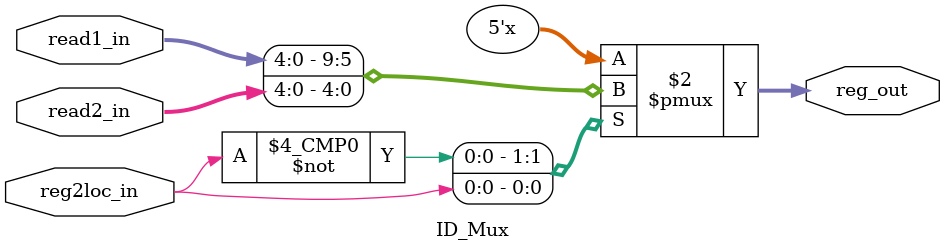
<source format=v>
module ID_Mux
(
    input [4:0] read1_in,
    input [4:0] read2_in,
    input reg2loc_in,
    output reg [4:0] reg_out
);
  always @(read1_in, read2_in, reg2loc_in) begin
    case (reg2loc_in)
        1'b0 : begin
            reg_out <= read1_in;
        end
        1'b1 : begin
            reg_out <= read2_in;
        end
        default : begin
            reg_out <= 1'bx;
        end
    endcase
  end
endmodule
</source>
